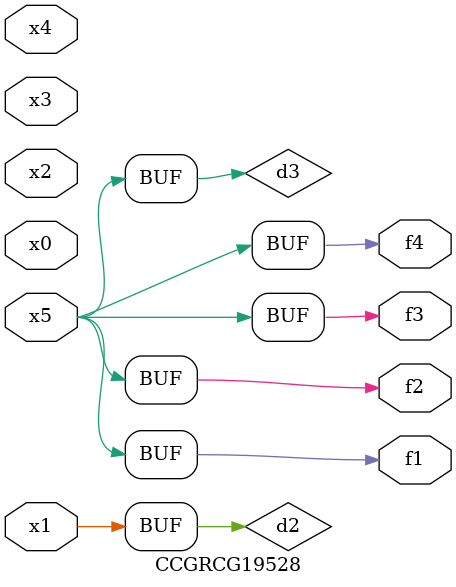
<source format=v>
module CCGRCG19528(
	input x0, x1, x2, x3, x4, x5,
	output f1, f2, f3, f4
);

	wire d1, d2, d3;

	not (d1, x5);
	or (d2, x1);
	xnor (d3, d1);
	assign f1 = d3;
	assign f2 = d3;
	assign f3 = d3;
	assign f4 = d3;
endmodule

</source>
